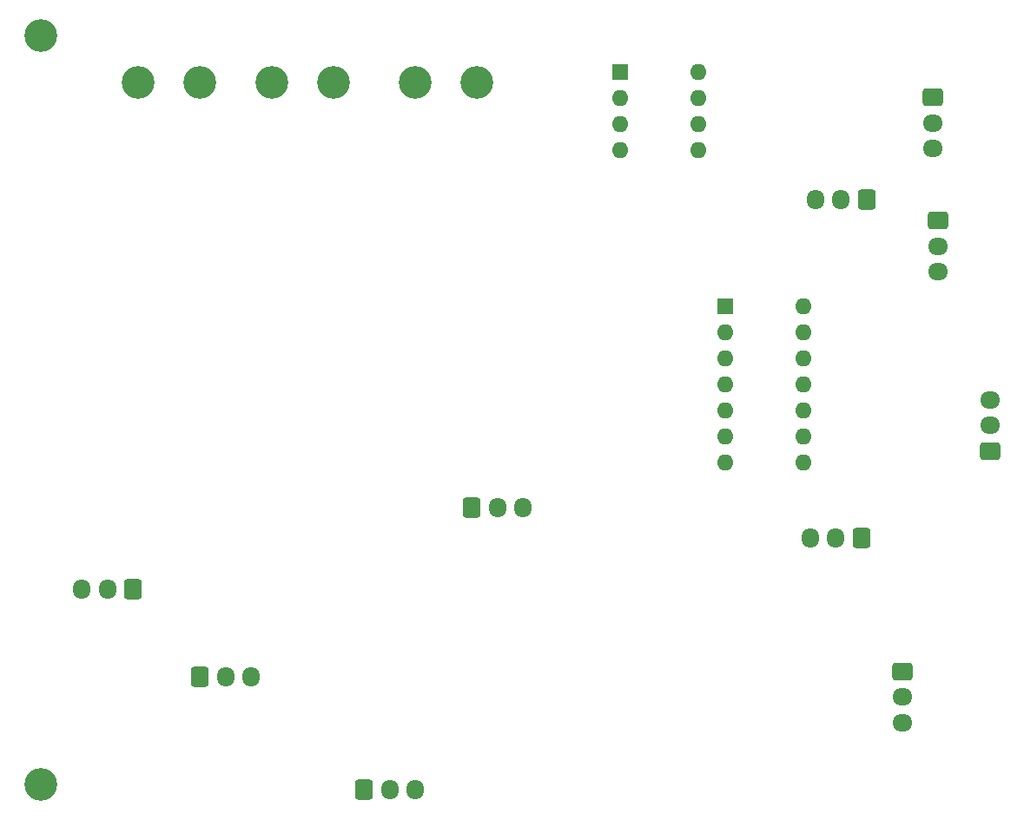
<source format=gbs>
G04 #@! TF.GenerationSoftware,KiCad,Pcbnew,7.0.2*
G04 #@! TF.CreationDate,2023-07-08T15:20:31+02:00*
G04 #@! TF.ProjectId,KiKAD_Endplatine_V2,4b694b41-445f-4456-9e64-706c6174696e,rev?*
G04 #@! TF.SameCoordinates,Original*
G04 #@! TF.FileFunction,Soldermask,Bot*
G04 #@! TF.FilePolarity,Negative*
%FSLAX46Y46*%
G04 Gerber Fmt 4.6, Leading zero omitted, Abs format (unit mm)*
G04 Created by KiCad (PCBNEW 7.0.2) date 2023-07-08 15:20:31*
%MOMM*%
%LPD*%
G01*
G04 APERTURE LIST*
G04 Aperture macros list*
%AMRoundRect*
0 Rectangle with rounded corners*
0 $1 Rounding radius*
0 $2 $3 $4 $5 $6 $7 $8 $9 X,Y pos of 4 corners*
0 Add a 4 corners polygon primitive as box body*
4,1,4,$2,$3,$4,$5,$6,$7,$8,$9,$2,$3,0*
0 Add four circle primitives for the rounded corners*
1,1,$1+$1,$2,$3*
1,1,$1+$1,$4,$5*
1,1,$1+$1,$6,$7*
1,1,$1+$1,$8,$9*
0 Add four rect primitives between the rounded corners*
20,1,$1+$1,$2,$3,$4,$5,0*
20,1,$1+$1,$4,$5,$6,$7,0*
20,1,$1+$1,$6,$7,$8,$9,0*
20,1,$1+$1,$8,$9,$2,$3,0*%
G04 Aperture macros list end*
%ADD10RoundRect,0.250000X-0.600000X-0.725000X0.600000X-0.725000X0.600000X0.725000X-0.600000X0.725000X0*%
%ADD11O,1.700000X1.950000*%
%ADD12C,3.200000*%
%ADD13RoundRect,0.250000X-0.725000X0.600000X-0.725000X-0.600000X0.725000X-0.600000X0.725000X0.600000X0*%
%ADD14O,1.950000X1.700000*%
%ADD15RoundRect,0.250000X0.725000X-0.600000X0.725000X0.600000X-0.725000X0.600000X-0.725000X-0.600000X0*%
%ADD16RoundRect,0.250000X0.600000X0.725000X-0.600000X0.725000X-0.600000X-0.725000X0.600000X-0.725000X0*%
%ADD17R,1.600000X1.600000*%
%ADD18O,1.600000X1.600000*%
G04 APERTURE END LIST*
D10*
X119000000Y-101032500D03*
D11*
X121500000Y-101032500D03*
X124000000Y-101032500D03*
D12*
X103500000Y-111500000D03*
D13*
X190467500Y-44500000D03*
D14*
X190467500Y-47000000D03*
X190467500Y-49500000D03*
D13*
X190967500Y-56500000D03*
D14*
X190967500Y-59000000D03*
X190967500Y-61500000D03*
D10*
X145500000Y-84532500D03*
D11*
X148000000Y-84532500D03*
X150500000Y-84532500D03*
D12*
X103500000Y-38500000D03*
X113000000Y-43000000D03*
X119000000Y-43000000D03*
D15*
X196032500Y-79000000D03*
D14*
X196032500Y-76500000D03*
X196032500Y-74000000D03*
D16*
X112500000Y-92500000D03*
D11*
X110000000Y-92500000D03*
X107500000Y-92500000D03*
D13*
X187467500Y-100500000D03*
D14*
X187467500Y-103000000D03*
X187467500Y-105500000D03*
D17*
X170200000Y-64875000D03*
D18*
X170200000Y-67415000D03*
X170200000Y-69955000D03*
X170200000Y-72495000D03*
X170200000Y-75035000D03*
X170200000Y-77575000D03*
X170200000Y-80115000D03*
X177820000Y-80115000D03*
X177820000Y-77575000D03*
X177820000Y-75035000D03*
X177820000Y-72495000D03*
X177820000Y-69955000D03*
X177820000Y-67415000D03*
X177820000Y-64875000D03*
D16*
X184000000Y-54467500D03*
D11*
X181500000Y-54467500D03*
X179000000Y-54467500D03*
D16*
X183500000Y-87467500D03*
D11*
X181000000Y-87467500D03*
X178500000Y-87467500D03*
D17*
X160000000Y-42000000D03*
D18*
X160000000Y-44540000D03*
X160000000Y-47080000D03*
X160000000Y-49620000D03*
X167620000Y-49620000D03*
X167620000Y-47080000D03*
X167620000Y-44540000D03*
X167620000Y-42000000D03*
D12*
X140000000Y-43000000D03*
X146000000Y-43000000D03*
D10*
X135000000Y-112032500D03*
D11*
X137500000Y-112032500D03*
X140000000Y-112032500D03*
D12*
X126000000Y-43000000D03*
X132000000Y-43000000D03*
M02*

</source>
